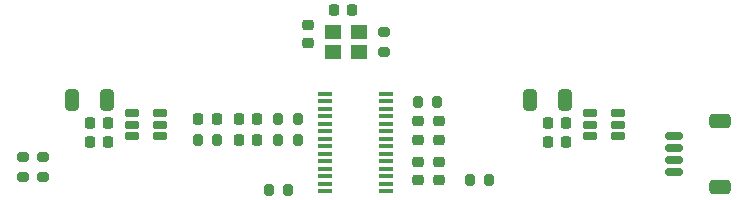
<source format=gbr>
%TF.GenerationSoftware,KiCad,Pcbnew,8.0.2*%
%TF.CreationDate,2025-12-10T20:43:24-08:00*%
%TF.ProjectId,USBHubV3,55534248-7562-4563-932e-6b696361645f,rev?*%
%TF.SameCoordinates,Original*%
%TF.FileFunction,Paste,Top*%
%TF.FilePolarity,Positive*%
%FSLAX46Y46*%
G04 Gerber Fmt 4.6, Leading zero omitted, Abs format (unit mm)*
G04 Created by KiCad (PCBNEW 8.0.2) date 2025-12-10 20:43:24*
%MOMM*%
%LPD*%
G01*
G04 APERTURE LIST*
G04 Aperture macros list*
%AMRoundRect*
0 Rectangle with rounded corners*
0 $1 Rounding radius*
0 $2 $3 $4 $5 $6 $7 $8 $9 X,Y pos of 4 corners*
0 Add a 4 corners polygon primitive as box body*
4,1,4,$2,$3,$4,$5,$6,$7,$8,$9,$2,$3,0*
0 Add four circle primitives for the rounded corners*
1,1,$1+$1,$2,$3*
1,1,$1+$1,$4,$5*
1,1,$1+$1,$6,$7*
1,1,$1+$1,$8,$9*
0 Add four rect primitives between the rounded corners*
20,1,$1+$1,$2,$3,$4,$5,0*
20,1,$1+$1,$4,$5,$6,$7,0*
20,1,$1+$1,$6,$7,$8,$9,0*
20,1,$1+$1,$8,$9,$2,$3,0*%
G04 Aperture macros list end*
%ADD10RoundRect,0.200000X-0.275000X0.200000X-0.275000X-0.200000X0.275000X-0.200000X0.275000X0.200000X0*%
%ADD11RoundRect,0.225000X-0.250000X0.225000X-0.250000X-0.225000X0.250000X-0.225000X0.250000X0.225000X0*%
%ADD12R,1.400000X1.200000*%
%ADD13RoundRect,0.200000X0.200000X0.275000X-0.200000X0.275000X-0.200000X-0.275000X0.200000X-0.275000X0*%
%ADD14RoundRect,0.200000X0.275000X-0.200000X0.275000X0.200000X-0.275000X0.200000X-0.275000X-0.200000X0*%
%ADD15R,1.200000X0.400000*%
%ADD16RoundRect,0.225000X-0.225000X-0.250000X0.225000X-0.250000X0.225000X0.250000X-0.225000X0.250000X0*%
%ADD17RoundRect,0.150000X0.475000X0.150000X-0.475000X0.150000X-0.475000X-0.150000X0.475000X-0.150000X0*%
%ADD18RoundRect,0.250000X-0.325000X-0.650000X0.325000X-0.650000X0.325000X0.650000X-0.325000X0.650000X0*%
%ADD19RoundRect,0.150000X0.625000X-0.150000X0.625000X0.150000X-0.625000X0.150000X-0.625000X-0.150000X0*%
%ADD20RoundRect,0.250000X0.650000X-0.350000X0.650000X0.350000X-0.650000X0.350000X-0.650000X-0.350000X0*%
%ADD21RoundRect,0.225000X0.250000X-0.225000X0.250000X0.225000X-0.250000X0.225000X-0.250000X-0.225000X0*%
%ADD22RoundRect,0.200000X-0.200000X-0.275000X0.200000X-0.275000X0.200000X0.275000X-0.200000X0.275000X0*%
%ADD23RoundRect,0.218750X0.218750X0.256250X-0.218750X0.256250X-0.218750X-0.256250X0.218750X-0.256250X0*%
%ADD24RoundRect,0.218750X-0.218750X-0.256250X0.218750X-0.256250X0.218750X0.256250X-0.218750X0.256250X0*%
G04 APERTURE END LIST*
D10*
%TO.C,R9*%
X32900000Y-6675000D03*
X32900000Y-8325000D03*
%TD*%
D11*
%TO.C,C1*%
X26500000Y-6025000D03*
X26500000Y-7575000D03*
%TD*%
D12*
%TO.C,Y1*%
X30800000Y-6650000D03*
X28600000Y-6650000D03*
X28600000Y-8350000D03*
X30800000Y-8350000D03*
%TD*%
D13*
%TO.C,R4*%
X37425000Y-12600000D03*
X35775000Y-12600000D03*
%TD*%
%TO.C,R7*%
X25625000Y-15800000D03*
X23975000Y-15800000D03*
%TD*%
D14*
%TO.C,R1*%
X2400000Y-18895000D03*
X2400000Y-17245000D03*
%TD*%
D15*
%TO.C,U1*%
X27900000Y-11872500D03*
X27900000Y-12507500D03*
X27900000Y-13142500D03*
X27900000Y-13777500D03*
X27900000Y-14412500D03*
X27900000Y-15047500D03*
X27900000Y-15682500D03*
X27900000Y-16317500D03*
X27900000Y-16952500D03*
X27900000Y-17587500D03*
X27900000Y-18222500D03*
X27900000Y-18857500D03*
X27900000Y-19492500D03*
X27900000Y-20127500D03*
X33100000Y-20127500D03*
X33100000Y-19492500D03*
X33100000Y-18857500D03*
X33100000Y-18222500D03*
X33100000Y-17587500D03*
X33100000Y-16952500D03*
X33100000Y-16317500D03*
X33100000Y-15682500D03*
X33100000Y-15047500D03*
X33100000Y-14412500D03*
X33100000Y-13777500D03*
X33100000Y-13142500D03*
X33100000Y-12507500D03*
X33100000Y-11872500D03*
%TD*%
D16*
%TO.C,C4*%
X46825000Y-14400000D03*
X48375000Y-14400000D03*
%TD*%
D11*
%TO.C,C11*%
X37600000Y-17625000D03*
X37600000Y-19175000D03*
%TD*%
D17*
%TO.C,U5*%
X13925000Y-15450000D03*
X13925000Y-14500000D03*
X13925000Y-13550000D03*
X11575000Y-13550000D03*
X11575000Y-14500000D03*
X11575000Y-15450000D03*
%TD*%
D16*
%TO.C,C6*%
X46825000Y-16000000D03*
X48375000Y-16000000D03*
%TD*%
D18*
%TO.C,C8*%
X45325000Y-12400000D03*
X48275000Y-12400000D03*
%TD*%
D14*
%TO.C,R2*%
X4070000Y-18895000D03*
X4070000Y-17245000D03*
%TD*%
D16*
%TO.C,C3*%
X8025000Y-14400000D03*
X9575000Y-14400000D03*
%TD*%
D19*
%TO.C,J3*%
X57500000Y-18500000D03*
X57500000Y-17500000D03*
X57500000Y-16500000D03*
X57500000Y-15500000D03*
D20*
X61375000Y-19800000D03*
X61375000Y-14200000D03*
%TD*%
D21*
%TO.C,C10*%
X35800000Y-15775000D03*
X35800000Y-14225000D03*
%TD*%
%TO.C,C12*%
X37600000Y-15775000D03*
X37600000Y-14225000D03*
%TD*%
D16*
%TO.C,C5*%
X8025000Y-16000000D03*
X9575000Y-16000000D03*
%TD*%
D13*
%TO.C,R8*%
X18825000Y-15800000D03*
X17175000Y-15800000D03*
%TD*%
D18*
%TO.C,C7*%
X6525000Y-12400000D03*
X9475000Y-12400000D03*
%TD*%
D13*
%TO.C,R3*%
X41825000Y-19200000D03*
X40175000Y-19200000D03*
%TD*%
D22*
%TO.C,R5*%
X23175000Y-20000000D03*
X24825000Y-20000000D03*
%TD*%
D23*
%TO.C,D1*%
X22187500Y-15800000D03*
X20612500Y-15800000D03*
%TD*%
D24*
%TO.C,D4*%
X20612500Y-14000000D03*
X22187500Y-14000000D03*
%TD*%
D11*
%TO.C,C9*%
X35800000Y-17625000D03*
X35800000Y-19175000D03*
%TD*%
D13*
%TO.C,R10*%
X25625000Y-14000000D03*
X23975000Y-14000000D03*
%TD*%
D16*
%TO.C,C2*%
X28700000Y-4800000D03*
X30250000Y-4800000D03*
%TD*%
D24*
%TO.C,D3*%
X17212500Y-14000000D03*
X18787500Y-14000000D03*
%TD*%
D17*
%TO.C,U6*%
X52725000Y-15450000D03*
X52725000Y-14500000D03*
X52725000Y-13550000D03*
X50375000Y-13550000D03*
X50375000Y-14500000D03*
X50375000Y-15450000D03*
%TD*%
M02*

</source>
